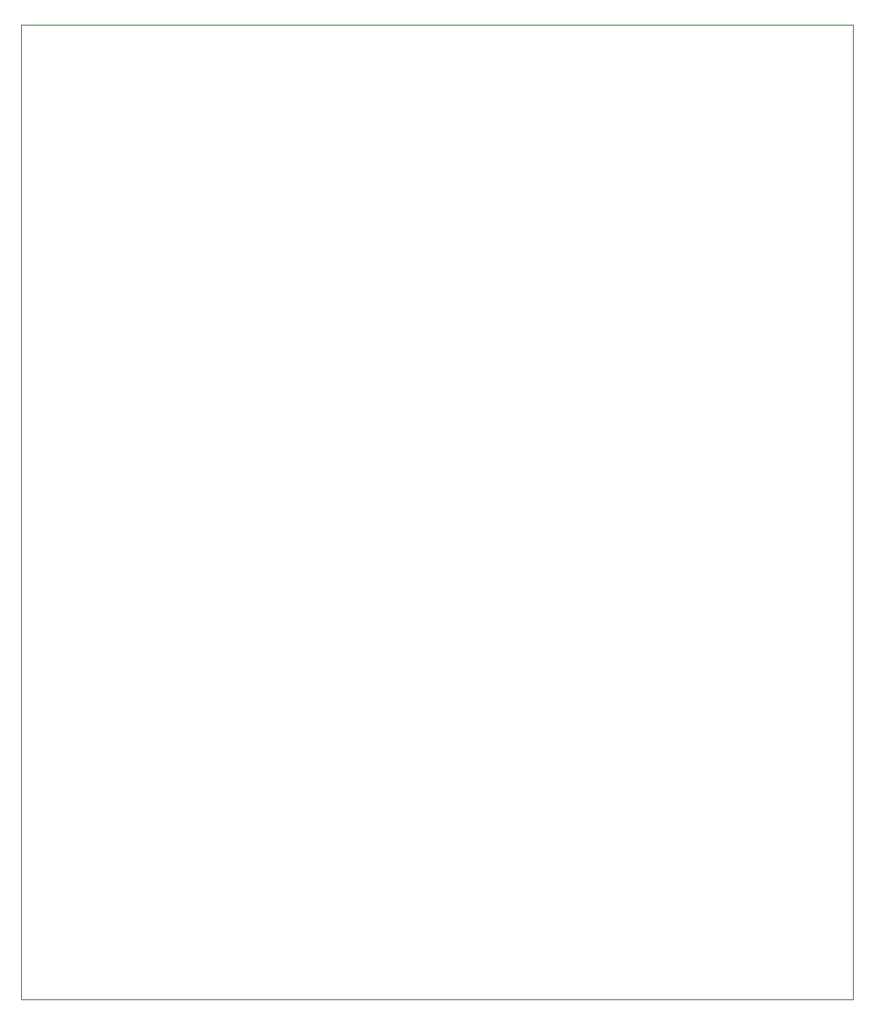
<source format=gm1>
G04 #@! TF.GenerationSoftware,KiCad,Pcbnew,5.1.2-f72e74a~84~ubuntu18.04.1*
G04 #@! TF.CreationDate,2019-06-17T19:39:07+02:00*
G04 #@! TF.ProjectId,msg-relay,6d73672d-7265-46c6-9179-2e6b69636164,rev?*
G04 #@! TF.SameCoordinates,Original*
G04 #@! TF.FileFunction,Profile,NP*
%FSLAX46Y46*%
G04 Gerber Fmt 4.6, Leading zero omitted, Abs format (unit mm)*
G04 Created by KiCad (PCBNEW 5.1.2-f72e74a~84~ubuntu18.04.1) date 2019-06-17 19:39:07*
%MOMM*%
%LPD*%
G04 APERTURE LIST*
%ADD10C,0.050000*%
G04 APERTURE END LIST*
D10*
X80000000Y-140250000D02*
X80000000Y-50000000D01*
X157000000Y-140250000D02*
X157000000Y-50000000D01*
X157000000Y-140250000D02*
X80000000Y-140250000D01*
X80000000Y-50000000D02*
X157000000Y-50000000D01*
M02*

</source>
